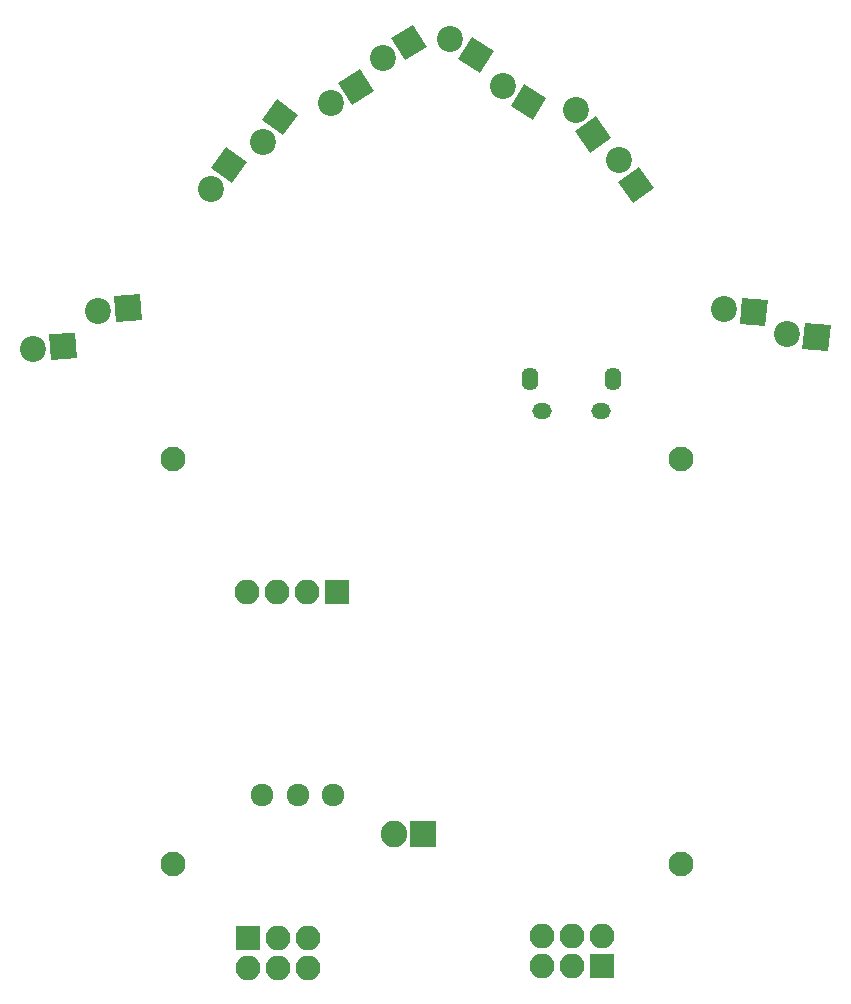
<source format=gbs>
G04 #@! TF.FileFunction,Soldermask,Bot*
%FSLAX46Y46*%
G04 Gerber Fmt 4.6, Leading zero omitted, Abs format (unit mm)*
G04 Created by KiCad (PCBNEW 4.0.6) date 11/24/17 03:10:44*
%MOMM*%
%LPD*%
G01*
G04 APERTURE LIST*
%ADD10C,0.100000*%
%ADD11C,2.200000*%
%ADD12R,2.100000X2.100000*%
%ADD13O,2.100000X2.100000*%
%ADD14O,1.650000X1.350000*%
%ADD15O,1.400000X1.950000*%
%ADD16R,2.250000X2.250000*%
%ADD17C,2.250000*%
%ADD18C,1.924000*%
%ADD19C,2.100000*%
G04 APERTURE END LIST*
D10*
G36*
X128968164Y-38136658D02*
X127802342Y-40002364D01*
X125936636Y-38836542D01*
X127102458Y-36970836D01*
X128968164Y-38136658D01*
X128968164Y-38136658D01*
G37*
D11*
X125298358Y-37140605D03*
D10*
G36*
X113202342Y-35700836D02*
X114368164Y-37566542D01*
X112502458Y-38732364D01*
X111336636Y-36866658D01*
X113202342Y-35700836D01*
X113202342Y-35700836D01*
G37*
D11*
X110698358Y-38562595D03*
D10*
G36*
X106194548Y-38249598D02*
X107969861Y-39548931D01*
X106670528Y-41324244D01*
X104895215Y-40024911D01*
X106194548Y-38249598D01*
X106194548Y-38249598D01*
G37*
D11*
X104932400Y-41836600D03*
D12*
X133654800Y-111683800D03*
D13*
X133654800Y-109143800D03*
X131114800Y-111683800D03*
X131114800Y-109143800D03*
X128574800Y-111683800D03*
X128574800Y-109143800D03*
D10*
G36*
X147709305Y-55282910D02*
X147506090Y-57473505D01*
X145315495Y-57270290D01*
X145518710Y-55079695D01*
X147709305Y-55282910D01*
X147709305Y-55282910D01*
G37*
D11*
X143983259Y-56041979D03*
D10*
G36*
X134451285Y-41517379D02*
X132649151Y-42779247D01*
X131387283Y-40977113D01*
X133189417Y-39715245D01*
X134451285Y-41517379D01*
X134451285Y-41517379D01*
G37*
D11*
X131462400Y-39166600D03*
D10*
G36*
X94529677Y-54786774D02*
X94694630Y-56980581D01*
X92500823Y-57145534D01*
X92335870Y-54951727D01*
X94529677Y-54786774D01*
X94529677Y-54786774D01*
G37*
D11*
X90982400Y-56156600D03*
D10*
G36*
X101844410Y-42269277D02*
X103619723Y-43568610D01*
X102320390Y-45343923D01*
X100545077Y-44044590D01*
X101844410Y-42269277D01*
X101844410Y-42269277D01*
G37*
D11*
X100582262Y-45856279D03*
D10*
G36*
X89066827Y-58007220D02*
X89231780Y-60201027D01*
X87037973Y-60365980D01*
X86873020Y-58172173D01*
X89066827Y-58007220D01*
X89066827Y-58007220D01*
G37*
D11*
X85519550Y-59377046D03*
D10*
G36*
X117662342Y-31940836D02*
X118828164Y-33806542D01*
X116962458Y-34972364D01*
X115796636Y-33106658D01*
X117662342Y-31940836D01*
X117662342Y-31940836D01*
G37*
D11*
X115158358Y-34802595D03*
D10*
G36*
X138094401Y-45776733D02*
X136292267Y-47038601D01*
X135030399Y-45236467D01*
X136832533Y-43974599D01*
X138094401Y-45776733D01*
X138094401Y-45776733D01*
G37*
D11*
X135105516Y-43425954D03*
D10*
G36*
X124508164Y-34146658D02*
X123342342Y-36012364D01*
X121476636Y-34846542D01*
X122642458Y-32980836D01*
X124508164Y-34146658D01*
X124508164Y-34146658D01*
G37*
D11*
X120838358Y-33150605D03*
D10*
G36*
X153027246Y-57381531D02*
X152824031Y-59572126D01*
X150633436Y-59368911D01*
X150836651Y-57178316D01*
X153027246Y-57381531D01*
X153027246Y-57381531D01*
G37*
D11*
X149301200Y-58140600D03*
D12*
X103733600Y-109245400D03*
D13*
X103733600Y-111785400D03*
X106273600Y-109245400D03*
X106273600Y-111785400D03*
X108813600Y-109245400D03*
X108813600Y-111785400D03*
D14*
X133572400Y-64676600D03*
X128572400Y-64676600D03*
D15*
X134572400Y-61976600D03*
X127572400Y-61976600D03*
D16*
X118551200Y-100507800D03*
D17*
X116051200Y-100507800D03*
D18*
X110922400Y-97186600D03*
X107922400Y-97186600D03*
X104922400Y-97186600D03*
D19*
X97372000Y-68741400D03*
X140372000Y-68741400D03*
X140372000Y-102981400D03*
X97372000Y-102981400D03*
D12*
X111262400Y-80006600D03*
D13*
X108722400Y-80006600D03*
X106182400Y-80006600D03*
X103642400Y-80006600D03*
M02*

</source>
